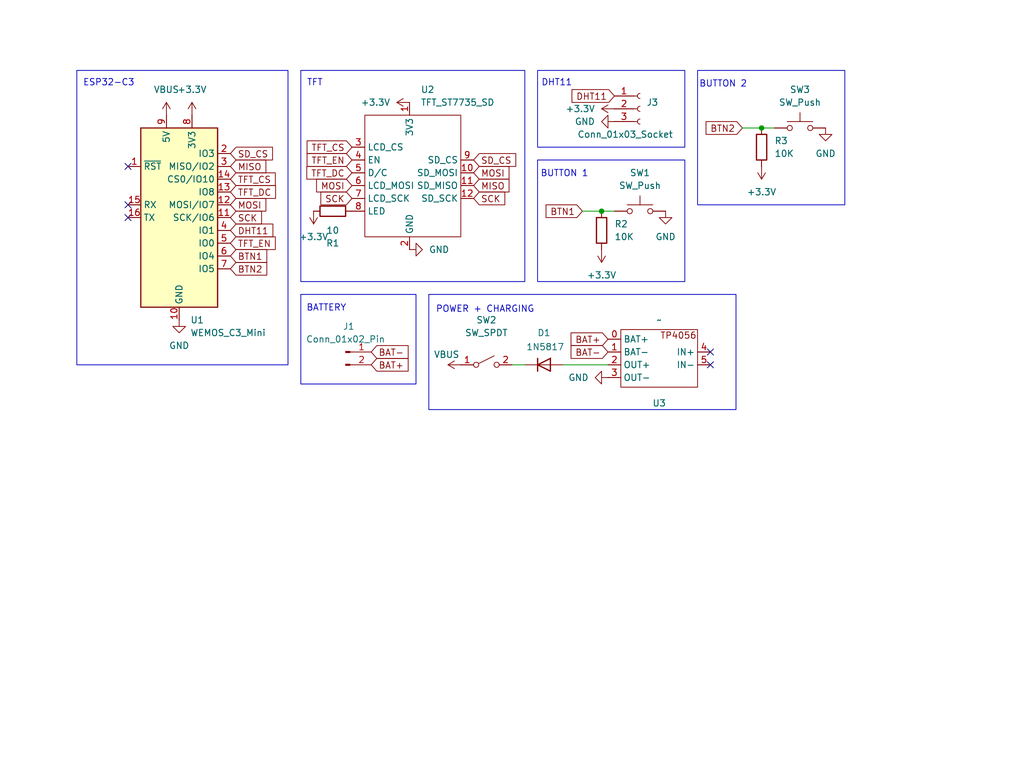
<source format=kicad_sch>
(kicad_sch (version 20241004) (generator "eeschema") (generator_version "8.99")
  (paper "User" 203.2 152.4)
  (title_block (title "Weather Dashboard") (date "2024-12-07") (rev "2") (company "Hack Club - Asylum") (comment 1 "@grimsteel"))
  (lib_symbols
    (symbol "Connector:Conn_01x02_Pin" (pin_names (offset 1.016) (hide yes))
      (property "Reference" "J" (at 0 2.54 0))
      (property "Value" "Conn_01x02_Pin" (at 0 -5.08 0))
      (symbol "Conn_01x02_Pin_1_1"
        (rectangle (start 0.8636 0.127) (end 0 -0.127) (stroke (width 0.1524)) (fill (type outline)))
        (rectangle (start 0.8636 -2.413) (end 0 -2.667) (stroke (width 0.1524)) (fill (type outline)))
        (polyline (pts (xy 1.27 0) (xy 0.8636 0)) (stroke (width 0.1524)))
        (polyline (pts (xy 1.27 -2.54) (xy 0.8636 -2.54)) (stroke (width 0.1524)))
        (pin passive line (at 5.08 0 180) (length 3.81) (name "Pin_1") (number "1"))
        (pin passive line (at 5.08 -2.54 180) (length 3.81) (name "Pin_2") (number "2"))
      )
    )
    (symbol "Connector:Conn_01x03_Socket" (pin_names (offset 1.016) (hide yes))
      (property "Reference" "J" (at 0 5.08 0))
      (property "Value" "Conn_01x03_Socket" (at 0 -5.08 0))
      (symbol "Conn_01x03_Socket_1_1"
        (polyline (pts (xy -1.27 2.54) (xy -0.508 2.54)) (stroke (width 0.1524)))
        (polyline (pts (xy -1.27 0) (xy -0.508 0)) (stroke (width 0.1524)))
        (polyline (pts (xy -1.27 -2.54) (xy -0.508 -2.54)) (stroke (width 0.1524)))
        (arc (start 0 2.032) (mid -0.5058 2.54) (end 0 3.048) (stroke (width 0.1524)))
        (arc (start 0 -0.508) (mid -0.5058 0) (end 0 0.508) (stroke (width 0.1524)))
        (arc (start 0 -3.048) (mid -0.5058 -2.54) (end 0 -2.032) (stroke (width 0.1524)))
        (pin passive line (at -5.08 2.54 0) (length 3.81) (name "Pin_1") (number "1"))
        (pin passive line (at -5.08 0 0) (length 3.81) (name "Pin_2") (number "2"))
        (pin passive line (at -5.08 -2.54 0) (length 3.81) (name "Pin_3") (number "3"))
      )
    )
    (symbol "Device:D" (pin_numbers (hide yes)) (pin_names (offset 1.016) (hide yes))
      (property "Reference" "D" (at 0 2.54 0))
      (property "Value" "D" (at 0 -2.54 0))
      (symbol "D_0_1"
        (polyline (pts (xy -1.27 1.27) (xy -1.27 -1.27)) (stroke (width 0.254)))
        (polyline (pts (xy 1.27 1.27) (xy 1.27 -1.27) (xy -1.27 0) (xy 1.27 1.27)) (stroke (width 0.254)))
        (polyline (pts (xy 1.27 0) (xy -1.27 0)))
      )
      (symbol "D_1_1"
        (pin passive line (at -3.81 0 0) (length 2.54) (name "K") (number "1"))
        (pin passive line (at 3.81 0 180) (length 2.54) (name "A") (number "2"))
      )
    )
    (symbol "Device:R" (pin_numbers (hide yes)) (pin_names (offset 0))
      (property "Reference" "R" (at 2.032 0 90))
      (property "Value" "R" (at 0 0 90))
      (symbol "R_0_1"
        (rectangle (start -1.016 -2.54) (end 1.016 2.54) (stroke (width 0.254)))
      )
      (symbol "R_1_1"
        (pin passive line (at 0 3.81 270) (length 1.27) (name "~") (number "1"))
        (pin passive line (at 0 -3.81 90) (length 1.27) (name "~") (number "2"))
      )
    )
    (symbol "Switch:SW_Push" (pin_numbers (hide yes)) (pin_names (offset 1.016) (hide yes))
      (property "Reference" "SW" (at 1.27 2.54 0))
      (property "Value" "SW_Push" (at 0 -1.524 0))
      (symbol "SW_Push_0_1"
        (circle (center -2.032 0) (radius 0.508))
        (polyline (pts (xy 0 1.27) (xy 0 3.048)))
        (circle (center 2.032 0) (radius 0.508))
        (polyline (pts (xy 2.54 1.27) (xy -2.54 1.27)))
        (pin passive line (at -5.08 0 0) (length 2.54) (name "1") (number "1"))
        (pin passive line (at 5.08 0 180) (length 2.54) (name "2") (number "2"))
      )
    )
    (symbol "Switch:SW_SPST" (pin_names (offset 0) (hide yes))
      (property "Reference" "SW" (at 0 3.175 0))
      (property "Value" "SW_SPST" (at 0 -2.54 0))
      (symbol "SW_SPST_0_0"
        (circle (center -2.032 0) (radius 0.508))
        (polyline (pts (xy -1.524 0.254) (xy 1.524 1.778)))
        (circle (center 2.032 0) (radius 0.508))
      )
      (symbol "SW_SPST_1_1"
        (pin passive line (at -5.08 0 0) (length 2.54) (name "A") (number "1"))
        (pin passive line (at 5.08 0 180) (length 2.54) (name "B") (number "2"))
      )
    )
    (symbol "asylum-weather:TFT_ST7735_SD"
      (property "Reference" "U" (at 6.858 -15.748 0))
      (property "Value" "TFT_ST7735_SD" (at 13.462 -18.288 0))
      (symbol "TFT_ST7735_SD_0_1"
        (rectangle (start -5.08 10.16) (end 13.97 -13.97))
      )
      (symbol "TFT_ST7735_SD_1_1"
        (pin input line (at -7.62 3.81 0) (length 2.54) (name "LCD_CS") (number "3"))
        (pin input line (at -7.62 1.27 0) (length 2.54) (name "EN") (number "4"))
        (pin input line (at -7.62 -1.27 0) (length 2.54) (name "D/C") (number "5"))
        (pin input line (at -7.62 -3.81 0) (length 2.54) (name "LCD_MOSI") (number "6"))
        (pin input line (at -7.62 -6.35 0) (length 2.54) (name "LCD_SCK") (number "7"))
        (pin power_in line (at -7.62 -8.89 0) (length 2.54) (name "LED") (number "8"))
        (pin power_in line (at 3.81 12.7 270) (length 2.54) (name "3V3") (number "1"))
        (pin power_in line (at 3.81 -16.51 90) (length 2.54) (name "GND") (number "2"))
        (pin input line (at 16.51 1.27 180) (length 2.54) (name "SD_CS") (number "9"))
        (pin input line (at 16.51 -1.27 180) (length 2.54) (name "SD_MOSI") (number "10"))
        (pin output line (at 16.51 -3.81 180) (length 2.54) (name "SD_MISO") (number "11"))
        (pin input line (at 16.51 -6.35 180) (length 2.54) (name "SD_SCK") (number "12"))
      )
    )
    (symbol "asylum-weather:TP4056"
      (property "Reference" "U" (at 0 0 0))
      (symbol "TP4056_0_1"
        (rectangle (start -7.62 5.715) (end 7.62 -5.715))
      )
      (symbol "TP4056_1_1"
        (text "TP4056\n" (at 3.81 4.572 0) (effects (font (size 1.27 1.27))))
        (pin power_out line (at -10.16 3.81 0) (length 2.54) (name "BAT+") (number "0"))
        (pin power_out line (at -10.16 1.27 0) (length 2.54) (name "BAT-") (number "1"))
        (pin power_out line (at -10.16 -1.27 0) (length 2.54) (name "OUT+") (number "2"))
        (pin power_out line (at -10.16 -3.81 0) (length 2.54) (name "OUT-") (number "3"))
        (pin power_out line (at 10.16 1.27 180) (length 2.54) (name "IN+") (number "4"))
        (pin power_out line (at 10.16 -1.27 180) (length 2.54) (name "IN-") (number "5"))
      )
    )
    (symbol "power:+3.3V" (power) (pin_numbers (hide yes)) (pin_names (offset 0) (hide yes))
      (property "Value" "+3.3V" (at 0 3.556 0))
      (symbol "+3.3V_0_1"
        (polyline (pts (xy -0.762 1.27) (xy 0 2.54)))
        (polyline (pts (xy 0 2.54) (xy 0.762 1.27)))
        (polyline (pts (xy 0 0) (xy 0 2.54)))
      )
      (symbol "+3.3V_1_1"
        (pin power_in line (at 0 0 90) (length 0) (name "~") (number "1"))
      )
    )
    (symbol "power:GND" (power) (pin_numbers (hide yes)) (pin_names (offset 0) (hide yes))
      (property "Value" "GND" (at 0 -3.81 0))
      (symbol "GND_0_1"
        (polyline (pts (xy 0 0) (xy 0 -1.27) (xy 1.27 -1.27) (xy 0 -2.54) (xy -1.27 -1.27) (xy 0 -1.27)))
      )
      (symbol "GND_1_1"
        (pin power_in line (at 0 0 270) (length 0) (name "~") (number "1"))
      )
    )
    (symbol "power:VBUS" (power) (pin_numbers (hide yes)) (pin_names (offset 0) (hide yes))
      (property "Value" "VBUS" (at 0 3.556 0))
      (symbol "VBUS_0_1"
        (polyline (pts (xy -0.762 1.27) (xy 0 2.54)))
        (polyline (pts (xy 0 2.54) (xy 0.762 1.27)))
        (polyline (pts (xy 0 0) (xy 0 2.54)))
      )
      (symbol "VBUS_1_1"
        (pin power_in line (at 0 0 90) (length 0) (name "~") (number "1"))
      )
    )
    (symbol "wemos_c3_mini:WEMOS_C3_mini"
      (property "Reference" "U1" (at 2.1941 -20.32 0))
      (property "Value" "WEMOS_C3_Mini" (at 2.1941 -22.86 0))
      (symbol "WEMOS_C3_mini_1_1"
        (rectangle (start -7.62 17.78) (end 7.62 -17.78) (stroke (width 0.254)) (fill (type background)))
        (pin input line (at -10.16 10.16 0) (length 2.54) (name "~{RST}") (number "1"))
        (pin input line (at -10.16 2.54 0) (length 2.54) (name "RX") (number "15"))
        (pin output line (at -10.16 0 0) (length 2.54) (name "TX") (number "16"))
        (pin power_in line (at -2.54 20.32 270) (length 2.54) (name "5V") (number "9"))
        (pin power_in line (at 0 -20.32 90) (length 2.54) (name "GND") (number "10"))
        (pin power_out line (at 2.54 20.32 270) (length 2.54) (name "3V3") (number "8"))
        (pin input line (at 10.16 12.7 180) (length 2.54) (name "IO3") (number "2"))
        (pin bidirectional line (at 10.16 10.16 180) (length 2.54) (name "MISO/IO2") (number "3"))
        (pin bidirectional line (at 10.16 7.62 180) (length 2.54) (name "CS0/IO10") (number "14"))
        (pin bidirectional line (at 10.16 5.08 180) (length 2.54) (name "IO8") (number "13"))
        (pin bidirectional line (at 10.16 2.54 180) (length 2.54) (name "MOSI/IO7") (number "12"))
        (pin bidirectional line (at 10.16 0 180) (length 2.54) (name "SCK/IO6") (number "11"))
        (pin bidirectional line (at 10.16 -2.54 180) (length 2.54) (name "IO1") (number "4"))
        (pin bidirectional line (at 10.16 -5.08 180) (length 2.54) (name "IO0") (number "5"))
        (pin bidirectional line (at 10.16 -7.62 180) (length 2.54) (name "IO4") (number "6"))
        (pin bidirectional line (at 10.16 -10.16 180) (length 2.54) (name "IO5") (number "7"))
      )
    )
  )
  (rectangle (start 138.43 13.97) (end 167.64 40.64))
  (rectangle (start 85.09 58.42) (end 146.05 81.28))
  (rectangle (start 15.24 13.97) (end 57.15 72.39))
  (rectangle (start 59.69 58.42) (end 82.55 76.2))
  (rectangle (start 59.69 13.97) (end 104.14 55.88))
  (rectangle (start 106.68 31.75) (end 135.89 55.88))
  (rectangle (start 106.68 13.97) (end 135.89 29.21))
  (text "BUTTON 2" (at 143.51 16.764 0) (effects (font (size 1.27 1.27))))
  (text "BUTTON 1\n" (at 112.014 34.544 0) (effects (font (size 1.27 1.27))))
  (text "ESP32-C3\n" (at 21.59 16.51 0) (effects (font (size 1.27 1.27))))
  (text "POWER + CHARGING" (at 96.266 61.468 0) (effects (font (size 1.27 1.27))))
  (text "TFT" (at 62.484 16.51 0) (effects (font (size 1.27 1.27))))
  (text "DHT11" (at 110.49 16.51 0) (effects (font (size 1.27 1.27))))
  (text "BATTERY" (at 64.77 61.214 0) (effects (font (size 1.27 1.27))))
  (junction (at 151.13 25.4))
  (junction (at 119.38 41.91))
  (no_connect (at 140.97 69.85))
  (no_connect (at 25.4 33.02))
  (no_connect (at 140.97 72.39))
  (no_connect (at 25.4 43.18))
  (no_connect (at 25.4 40.64))
  (wire (pts (xy 121.92 41.91) (xy 119.38 41.91)))
  (wire (pts (xy 119.38 41.91) (xy 115.57 41.91)))
  (wire (pts (xy 101.6 72.39) (xy 104.14 72.39)))
  (wire (pts (xy 153.67 25.4) (xy 151.13 25.4)))
  (wire (pts (xy 111.76 72.39) (xy 120.65 72.39)))
  (wire (pts (xy 151.13 25.4) (xy 147.32 25.4)))
  (global_label "SCK" (shape input) (at 69.85 39.37 180) (property "Intersheetrefs" "${INTERSHEET_REFS}" (effects (hide yes))))
  (global_label "DHT11" (shape input) (at 121.92 19.05 180) (property "Intersheetrefs" "${INTERSHEET_REFS}" (effects (hide yes))))
  (global_label "SCK" (shape input) (at 93.98 39.37 0) (property "Intersheetrefs" "${INTERSHEET_REFS}" (effects (hide yes))))
  (global_label "BTN2" (shape input) (at 147.32 25.4 180) (property "Intersheetrefs" "${INTERSHEET_REFS}" (effects (hide yes))))
  (global_label "BTN1" (shape input) (at 45.72 50.8 0) (property "Intersheetrefs" "${INTERSHEET_REFS}" (effects (hide yes))))
  (global_label "TFT_CS" (shape input) (at 69.85 29.21 180) (property "Intersheetrefs" "${INTERSHEET_REFS}" (effects (hide yes))))
  (global_label "BAT-" (shape input) (at 120.65 69.85 180) (property "Intersheetrefs" "${INTERSHEET_REFS}" (effects (hide yes))))
  (global_label "TFT_DC" (shape input) (at 45.72 38.1 0) (property "Intersheetrefs" "${INTERSHEET_REFS}" (effects (hide yes))))
  (global_label "SD_CS" (shape input) (at 93.98 31.75 0) (property "Intersheetrefs" "${INTERSHEET_REFS}" (effects (hide yes))))
  (global_label "MOSI" (shape input) (at 69.85 36.83 180) (property "Intersheetrefs" "${INTERSHEET_REFS}" (effects (hide yes))))
  (global_label "BAT+" (shape input) (at 120.65 67.31 180) (property "Intersheetrefs" "${INTERSHEET_REFS}" (effects (hide yes))))
  (global_label "BTN2" (shape input) (at 45.72 53.34 0) (property "Intersheetrefs" "${INTERSHEET_REFS}" (effects (hide yes))))
  (global_label "TFT_CS" (shape input) (at 45.72 35.56 0) (property "Intersheetrefs" "${INTERSHEET_REFS}" (effects (hide yes))))
  (global_label "TFT_EN" (shape input) (at 45.72 48.26 0) (property "Intersheetrefs" "${INTERSHEET_REFS}" (effects (hide yes))))
  (global_label "BTN1" (shape input) (at 115.57 41.91 180) (property "Intersheetrefs" "${INTERSHEET_REFS}" (effects (hide yes))))
  (global_label "MISO" (shape input) (at 93.98 36.83 0) (property "Intersheetrefs" "${INTERSHEET_REFS}" (effects (hide yes))))
  (global_label "SCK" (shape input) (at 45.72 43.18 0) (property "Intersheetrefs" "${INTERSHEET_REFS}" (effects (hide yes))))
  (global_label "SD_CS" (shape input) (at 45.72 30.48 0) (property "Intersheetrefs" "${INTERSHEET_REFS}" (effects (hide yes))))
  (global_label "TFT_DC" (shape input) (at 69.85 34.29 180) (property "Intersheetrefs" "${INTERSHEET_REFS}" (effects (hide yes))))
  (global_label "BAT+" (shape input) (at 73.66 72.39 0) (property "Intersheetrefs" "${INTERSHEET_REFS}" (effects (hide yes))))
  (global_label "MOSI" (shape input) (at 93.98 34.29 0) (property "Intersheetrefs" "${INTERSHEET_REFS}" (effects (hide yes))))
  (global_label "MISO" (shape input) (at 45.72 33.02 0) (property "Intersheetrefs" "${INTERSHEET_REFS}" (effects (hide yes))))
  (global_label "MOSI" (shape input) (at 45.72 40.64 0) (property "Intersheetrefs" "${INTERSHEET_REFS}" (effects (hide yes))))
  (global_label "DHT11" (shape input) (at 45.72 45.72 0) (property "Intersheetrefs" "${INTERSHEET_REFS}" (effects (hide yes))))
  (global_label "BAT-" (shape input) (at 73.66 69.85 0) (property "Intersheetrefs" "${INTERSHEET_REFS}" (effects (hide yes))))
  (global_label "TFT_EN" (shape input) (at 69.85 31.75 180) (property "Intersheetrefs" "${INTERSHEET_REFS}" (effects (hide yes))))
  (symbol (lib_id "Connector:Conn_01x02_Pin") (at 68.58 69.85 0) (unit 1)
    (property "Reference" "J1" (at 69.215 64.77 0))
    (property "Value" "Conn_01x02_Pin" (at 68.58 67.31 0))
    (property "Footprint" "Connector_JST:JST_PH_B2B-PH-K_1x02_P2.00mm_Vertical" (effects (hide yes)))
    (property "Description" "Generic connector, single row, 01x02, script generated" (effects (hide yes)))
  )
  (symbol (lib_id "wemos_c3_mini:WEMOS_C3_mini") (at 35.56 43.18 0) (unit 1)
    (property "Reference" "U1" (at 37.7541 63.5 0) (effects (justify left)))
    (property "Value" "WEMOS_C3_Mini" (at 37.7541 66.04 0) (effects (justify left)))
    (property "Footprint" "asylum-weather:WEMOS_C3_mini" (effects (hide yes)))
    (property "Datasheet" "https://wiki.wemos.cc/products:d1:d1_mini#documentation" (effects (hide yes)))
    (property "Description" "32-bit microcontroller module with WiFi" (effects (hide yes)))
  )
  (symbol (lib_id "power:VBUS") (at 33.02 22.86 0) (unit 1)
    (property "Reference" "#PWR02" (effects (hide yes)))
    (property "Value" "VBUS" (at 33.02 17.78 0))
    (property "Description" "Power symbol creates a global label with name \"VBUS\"" (effects (hide yes)))
  )
  (symbol (lib_id "power:+3.3V") (at 121.92 21.59 90) (unit 1)
    (property "Reference" "#PWR07" (effects (hide yes)))
    (property "Value" "+3.3V" (at 118.11 21.5899 90) (effects (justify left)))
    (property "Description" "Power symbol creates a global label with name \"+3.3V\"" (effects (hide yes)))
  )
  (symbol (lib_id "power:VBUS") (at 91.44 72.39 90) (unit 1)
    (property "Reference" "#PWR012" (effects (hide yes)))
    (property "Value" "VBUS" (at 91.186 70.358 90) (effects (justify left)))
    (property "Description" "Power symbol creates a global label with name \"VBUS\"" (effects (hide yes)))
  )
  (symbol (lib_id "Device:D") (at 107.95 72.39 0) (unit 1)
    (property "Reference" "D1" (at 107.95 66.04 0))
    (property "Value" "1N5817" (at 108.204 68.834 0))
    (property "Footprint" "Diode_THT:D_DO-41_SOD81_P7.62mm_Horizontal" (effects (hide yes)))
    (property "Description" "Diode" (effects (hide yes)))
    (property "Sim.Device" "D" (effects (hide yes)))
    (property "Sim.Pins" "1=K 2=A" (effects (hide yes)))
  )
  (symbol (lib_id "Switch:SW_SPST") (at 96.52 72.39 0) (unit 1)
    (property "Reference" "SW2" (at 96.52 63.5 0))
    (property "Value" "SW_SPDT" (at 96.52 66.04 0))
    (property "Footprint" "Connector_JST:JST_PH_B2B-PH-K_1x02_P2.00mm_Vertical" (effects (hide yes)))
    (property "Description" "Single Pole Single Throw (SPST) switch" (effects (hide yes)))
  )
  (symbol (lib_id "power:+3.3V") (at 62.23 41.91 180) (unit 1)
    (property "Reference" "#PWR03" (effects (hide yes)))
    (property "Value" "+3.3V" (at 62.23 46.99 0))
    (property "Description" "Power symbol creates a global label with name \"+3.3V\"" (effects (hide yes)))
  )
  (symbol (lib_id "Switch:SW_Push") (at 158.75 25.4 0) (unit 1)
    (property "Reference" "SW3" (at 158.75 17.78 0))
    (property "Value" "SW_Push" (at 158.75 20.32 0))
    (property "Footprint" "Button_Switch_THT:SW_PUSH_6mm_H4.3mm" (effects (hide yes)))
    (property "Description" "Push button switch, generic, two pins" (effects (hide yes)))
  )
  (symbol (lib_id "Connector:Conn_01x03_Socket") (at 127 21.59 0) (unit 1)
    (property "Reference" "J3" (at 128.27 20.3199 0) (effects (justify left)))
    (property "Value" "Conn_01x03_Socket" (at 114.554 26.67 0) (effects (justify left)))
    (property "Footprint" "asylum-weather:DHT11" (effects (hide yes)))
    (property "Description" "Generic connector, single row, 01x03, script generated" (effects (hide yes)))
  )
  (symbol (lib_id "power:+3.3V") (at 151.13 33.02 180) (unit 1)
    (property "Reference" "#PWR013" (effects (hide yes)))
    (property "Value" "+3.3V" (at 151.13 38.1 0))
    (property "Description" "Power symbol creates a global label with name \"+3.3V\"" (effects (hide yes)))
  )
  (symbol (lib_id "power:+3.3V") (at 38.1 22.86 0) (unit 1)
    (property "Reference" "#PWR05" (effects (hide yes)))
    (property "Value" "+3.3V" (at 38.1 17.78 0))
    (property "Description" "Power symbol creates a global label with name \"+3.3V\"" (effects (hide yes)))
  )
  (symbol (lib_id "power:GND") (at 163.83 25.4 0) (unit 1)
    (property "Reference" "#PWR014" (effects (hide yes)))
    (property "Value" "GND" (at 163.83 30.48 0))
    (property "Description" "Power symbol creates a global label with name \"GND\" , ground" (effects (hide yes)))
  )
  (symbol (lib_id "power:GND") (at 35.56 63.5 0) (mirror y) (unit 1)
    (property "Reference" "#PWR04" (effects (hide yes)))
    (property "Value" "GND" (at 35.56 68.58 0))
    (property "Description" "Power symbol creates a global label with name \"GND\" , ground" (effects (hide yes)))
  )
  (symbol (lib_id "Device:R") (at 119.38 45.72 0) (unit 1)
    (property "Reference" "R2" (at 121.92 44.4499 0) (effects (justify left)))
    (property "Value" "10K" (at 121.92 46.9899 0) (effects (justify left)))
    (property "Footprint" "Resistor_THT:R_Axial_DIN0207_L6.3mm_D2.5mm_P7.62mm_Horizontal" (effects (hide yes)))
    (property "Description" "Resistor" (effects (hide yes)))
  )
  (symbol (lib_id "Device:R") (at 66.04 41.91 90) (mirror x) (unit 1)
    (property "Reference" "R1" (at 66.04 48.26 90))
    (property "Value" "10" (at 66.04 45.72 90))
    (property "Footprint" "Resistor_THT:R_Axial_DIN0207_L6.3mm_D2.5mm_P7.62mm_Horizontal" (effects (hide yes)))
    (property "Description" "Resistor" (effects (hide yes)))
  )
  (symbol (lib_id "power:GND") (at 121.92 24.13 270) (unit 1)
    (property "Reference" "#PWR06" (effects (hide yes)))
    (property "Value" "GND" (at 118.11 24.1299 90) (effects (justify right)))
    (property "Description" "Power symbol creates a global label with name \"GND\" , ground" (effects (hide yes)))
  )
  (symbol (lib_id "asylum-weather:TP4056") (at 130.81 71.12 0) (unit 1)
    (property "Reference" "U3" (at 130.81 80.01 0))
    (property "Value" "~" (at 130.81 63.5 0))
    (property "Footprint" "asylum-weather:TP4056" (effects (hide yes)))
  )
  (symbol (lib_id "power:+3.3V") (at 119.38 49.53 180) (unit 1)
    (property "Reference" "#PWR09" (effects (hide yes)))
    (property "Value" "+3.3V" (at 119.38 54.61 0))
    (property "Description" "Power symbol creates a global label with name \"+3.3V\"" (effects (hide yes)))
  )
  (symbol (lib_id "Device:R") (at 151.13 29.21 0) (unit 1)
    (property "Reference" "R3" (at 153.67 27.9399 0) (effects (justify left)))
    (property "Value" "10K" (at 153.67 30.4799 0) (effects (justify left)))
    (property "Footprint" "Resistor_THT:R_Axial_DIN0207_L6.3mm_D2.5mm_P7.62mm_Horizontal" (effects (hide yes)))
    (property "Description" "Resistor" (effects (hide yes)))
  )
  (symbol (lib_id "Switch:SW_Push") (at 127 41.91 0) (unit 1)
    (property "Reference" "SW1" (at 127 34.29 0))
    (property "Value" "SW_Push" (at 127 36.83 0))
    (property "Footprint" "Button_Switch_THT:SW_PUSH_6mm_H4.3mm" (effects (hide yes)))
    (property "Description" "Push button switch, generic, two pins" (effects (hide yes)))
  )
  (symbol (lib_id "asylum-weather:TFT_ST7735_SD") (at 77.47 33.02 0) (unit 1)
    (property "Reference" "U2" (at 83.4741 17.78 0) (effects (justify left)))
    (property "Value" "TFT_ST7735_SD" (at 83.4741 20.32 0) (effects (justify left)))
    (property "Footprint" "asylum-weather:TFT_ST7735_SD" (effects (hide yes)))
  )
  (symbol (lib_id "power:GND") (at 120.65 74.93 270) (unit 1)
    (property "Reference" "#PWR01" (effects (hide yes)))
    (property "Value" "GND" (at 116.84 74.9299 90) (effects (justify right)))
    (property "Description" "Power symbol creates a global label with name \"GND\" , ground" (effects (hide yes)))
  )
  (symbol (lib_id "power:GND") (at 132.08 41.91 0) (unit 1)
    (property "Reference" "#PWR08" (effects (hide yes)))
    (property "Value" "GND" (at 132.08 46.99 0))
    (property "Description" "Power symbol creates a global label with name \"GND\" , ground" (effects (hide yes)))
  )
  (symbol (lib_id "power:+3.3V") (at 81.28 20.32 90) (unit 1)
    (property "Reference" "#PWR010" (effects (hide yes)))
    (property "Value" "+3.3V" (at 77.47 20.3199 90) (effects (justify left)))
    (property "Description" "Power symbol creates a global label with name \"+3.3V\"" (effects (hide yes)))
  )
  (symbol (lib_id "power:GND") (at 81.28 49.53 90) (unit 1)
    (property "Reference" "#PWR011" (effects (hide yes)))
    (property "Value" "GND" (at 85.09 49.5299 90) (effects (justify right)))
    (property "Description" "Power symbol creates a global label with name \"GND\" , ground" (effects (hide yes)))
  )
)
</source>
